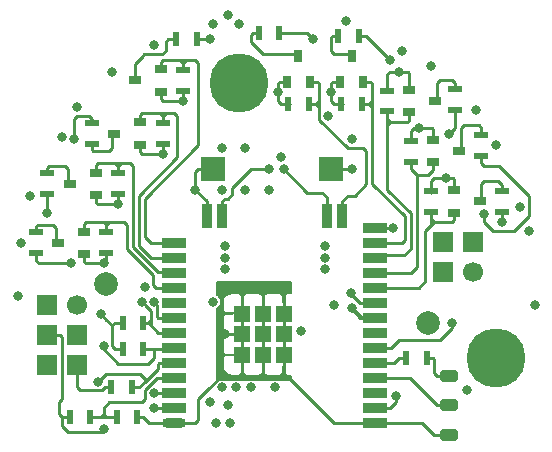
<source format=gbr>
G04 #@! TF.GenerationSoftware,KiCad,Pcbnew,(5.1.2-1)-1*
G04 #@! TF.CreationDate,2021-08-17T23:27:44+03:00*
G04 #@! TF.ProjectId,ITC-1,4954432d-312e-46b6-9963-61645f706362,rev?*
G04 #@! TF.SameCoordinates,Original*
G04 #@! TF.FileFunction,Copper,L4,Bot*
G04 #@! TF.FilePolarity,Positive*
%FSLAX46Y46*%
G04 Gerber Fmt 4.6, Leading zero omitted, Abs format (unit mm)*
G04 Created by KiCad (PCBNEW (5.1.2-1)-1) date 2021-08-17 23:27:44*
%MOMM*%
%LPD*%
G04 APERTURE LIST*
%ADD10C,0.100000*%
%ADD11O,2.000000X0.900000*%
%ADD12R,2.000000X0.900000*%
%ADD13R,1.350000X1.350000*%
%ADD14R,0.900000X2.000000*%
%ADD15R,0.500000X1.250000*%
%ADD16O,0.500000X1.000000*%
%ADD17R,1.700000X1.700000*%
%ADD18C,1.700000*%
%ADD19R,2.000000X2.000000*%
%ADD20R,1.250000X0.500000*%
%ADD21R,0.800000X1.100000*%
%ADD22R,1.100000X0.800000*%
%ADD23C,5.000000*%
%ADD24C,2.000000*%
%ADD25C,0.800000*%
%ADD26C,0.250000*%
%ADD27C,0.200000*%
G04 APERTURE END LIST*
D10*
G36*
X114250000Y-89500000D02*
G01*
X115250000Y-89500000D01*
X115250000Y-88500000D01*
X114250000Y-88500000D01*
X114250000Y-89500000D01*
G37*
G36*
X114250000Y-87000000D02*
G01*
X115250000Y-87000000D01*
X115250000Y-86000000D01*
X114250000Y-86000000D01*
X114250000Y-87000000D01*
G37*
G36*
X114250000Y-84500000D02*
G01*
X115250000Y-84500000D01*
X115250000Y-83500000D01*
X114250000Y-83500000D01*
X114250000Y-84500000D01*
G37*
D11*
X91499999Y-88000000D03*
D12*
X108499999Y-88000000D03*
X91499999Y-86730000D03*
X108499999Y-86730000D03*
X91499999Y-85460000D03*
X108499999Y-85460000D03*
X91499999Y-84190000D03*
X108499999Y-84190000D03*
X91499999Y-82920000D03*
X108499999Y-82920000D03*
X91499999Y-81650000D03*
X108499999Y-81650000D03*
X91499999Y-80380000D03*
X108499999Y-80380000D03*
X91499999Y-79110000D03*
X108499999Y-79110000D03*
X91499999Y-77840000D03*
X108499999Y-77840000D03*
X91499999Y-76570000D03*
X108499999Y-76570000D03*
X91499999Y-75300000D03*
X108499999Y-75300000D03*
X91499999Y-74030000D03*
X108499999Y-74030000D03*
X91499999Y-72760000D03*
X108499999Y-72760000D03*
D13*
X98999999Y-80500000D03*
X98999999Y-82250000D03*
X98999999Y-78750000D03*
X100749999Y-78750000D03*
X100749999Y-82250000D03*
X100749999Y-80500000D03*
X97249999Y-78750000D03*
X97249999Y-82250000D03*
X97249999Y-80500000D03*
D12*
X108499999Y-71490000D03*
D14*
X105679999Y-70500000D03*
X104409999Y-70500000D03*
X94249999Y-70500000D03*
X95519999Y-70500000D03*
D15*
X112875000Y-82500000D03*
X111125000Y-82500000D03*
D16*
X115250000Y-89000000D03*
X114250000Y-89000000D03*
X115250000Y-86500000D03*
X114250000Y-86500000D03*
X115250000Y-84000000D03*
X114250000Y-84000000D03*
D17*
X114210000Y-72710000D03*
X116750000Y-72710000D03*
X114210000Y-75250000D03*
D18*
X116750000Y-75250000D03*
D19*
X94750000Y-66500000D03*
X104750000Y-66500000D03*
D20*
X86750000Y-68625000D03*
X86750000Y-66875000D03*
D15*
X101125002Y-61000000D03*
X102875002Y-61000000D03*
D21*
X102000000Y-56900000D03*
X101050000Y-59100000D03*
X102950000Y-59100000D03*
D20*
X90500000Y-64375000D03*
X90500000Y-62625000D03*
X92250000Y-59875000D03*
X92250000Y-58125000D03*
X80750000Y-66875000D03*
X80750000Y-68625000D03*
X79750000Y-71875000D03*
X79750000Y-73625000D03*
D22*
X117350000Y-69250000D03*
X115150000Y-68300000D03*
X115150000Y-70200000D03*
D21*
X106500000Y-56900000D03*
X105550000Y-59100000D03*
X107450000Y-59100000D03*
D15*
X105625000Y-61000000D03*
X107375000Y-61000000D03*
D20*
X85750000Y-73625000D03*
X85750000Y-71875000D03*
D22*
X115600000Y-65000000D03*
X113400000Y-64050000D03*
X113400000Y-65950000D03*
D20*
X109500000Y-59875000D03*
X109500000Y-61625000D03*
D22*
X113600000Y-60750000D03*
X111400000Y-59800000D03*
X111400000Y-61700000D03*
D15*
X91625000Y-55500000D03*
X93375000Y-55500000D03*
D20*
X113250000Y-68375000D03*
X113250000Y-70125000D03*
D15*
X88375000Y-87500000D03*
X86625000Y-87500000D03*
D20*
X84500000Y-64375000D03*
X84500000Y-62625000D03*
D15*
X105375000Y-55250000D03*
X107125000Y-55250000D03*
D20*
X111500000Y-64125000D03*
X111500000Y-65875000D03*
X115250000Y-59750000D03*
X115250000Y-61500000D03*
X119250000Y-68375000D03*
X119250000Y-70125000D03*
X117500000Y-63625000D03*
X117500000Y-65375000D03*
D17*
X80710000Y-83080000D03*
X80710000Y-80540000D03*
X80710000Y-78000000D03*
X83250000Y-83080000D03*
X83250000Y-80540000D03*
D18*
X83250000Y-78000000D03*
D15*
X98625000Y-55000000D03*
X100375000Y-55000000D03*
X82625000Y-87500000D03*
X84375000Y-87500000D03*
D22*
X88150000Y-59000000D03*
X90350000Y-59950000D03*
X90350000Y-58050000D03*
X86400000Y-63500000D03*
X88600000Y-64450000D03*
X88600000Y-62550000D03*
X82650000Y-67750000D03*
X84850000Y-68700000D03*
X84850000Y-66800000D03*
D23*
X118750000Y-82500000D03*
D22*
X81650000Y-72750000D03*
X83850000Y-73700000D03*
X83850000Y-71800000D03*
D23*
X97000000Y-59250000D03*
D15*
X87125000Y-79500000D03*
X88875000Y-79500000D03*
X87125000Y-81750000D03*
X88875000Y-81750000D03*
X86125000Y-85000000D03*
X87875000Y-85000000D03*
D24*
X85750000Y-76250000D03*
X113000000Y-79500000D03*
D25*
X82750000Y-74500000D03*
X83000000Y-64000000D03*
X103250000Y-55500000D03*
X114750000Y-63500000D03*
X110000000Y-71490000D03*
X106500000Y-66500000D03*
X97250000Y-76500000D03*
X104750000Y-60000000D03*
X86750000Y-69500000D03*
X110500000Y-58250000D03*
X90500000Y-65250000D03*
X92250000Y-60750000D03*
X100250000Y-60000000D03*
X93250000Y-68250000D03*
X85250000Y-78750000D03*
X99000000Y-76500000D03*
X114500000Y-67250000D03*
X100750000Y-76500000D03*
X112250000Y-63000000D03*
X85500000Y-74500000D03*
X95750000Y-76500000D03*
X105000000Y-78000000D03*
X95750000Y-80500000D03*
X100000000Y-85000000D03*
X98000000Y-85000000D03*
X96750000Y-85000000D03*
X96250000Y-88000000D03*
X95000000Y-88000000D03*
X96000000Y-86500000D03*
X116250000Y-85250000D03*
X100500000Y-65500000D03*
X95500000Y-85000000D03*
X99500000Y-66500000D03*
X100750000Y-66500000D03*
X104500000Y-62000000D03*
X89750000Y-86750000D03*
X106500000Y-64000000D03*
X94500000Y-86250000D03*
X94750000Y-77750000D03*
X95500000Y-64750000D03*
X97500000Y-64750000D03*
X95500000Y-68250000D03*
X97500000Y-68250000D03*
X99500000Y-68250000D03*
X95750000Y-73000000D03*
X95750000Y-74000000D03*
X95750000Y-75000000D03*
X104250000Y-73000000D03*
X104250000Y-74000000D03*
X104250000Y-75000000D03*
X89750000Y-85500000D03*
X106500000Y-78250000D03*
X106475000Y-77000000D03*
X85500000Y-88500000D03*
X102250000Y-80250000D03*
X88979138Y-76505522D03*
X83250000Y-61250000D03*
X113250000Y-57750000D03*
X79250000Y-68750000D03*
X118750000Y-64500000D03*
X106000000Y-54000000D03*
X78250000Y-77250000D03*
X89750000Y-56000000D03*
X121500000Y-71750000D03*
X96000000Y-53500000D03*
X78500000Y-72750000D03*
X117000000Y-61500000D03*
X86250000Y-58250000D03*
X82000000Y-63750000D03*
X94750000Y-54250000D03*
X110750000Y-56500000D03*
X120750000Y-69750000D03*
X122000000Y-78000000D03*
X97000000Y-54250000D03*
X115000000Y-79500000D03*
X110250000Y-85750000D03*
X89762653Y-77737347D03*
X80750000Y-70250000D03*
X94500000Y-55500000D03*
X109750000Y-57250000D03*
X117750000Y-70275000D03*
X119250000Y-71000000D03*
X85000000Y-84500000D03*
X85500000Y-81500000D03*
X88750000Y-77750000D03*
D26*
X80000000Y-74500000D02*
X79750000Y-74250000D01*
X82750000Y-74500000D02*
X80000000Y-74500000D01*
X79750000Y-73625000D02*
X79750000Y-74250000D01*
X84500000Y-62500000D02*
X84500000Y-62250000D01*
X84500000Y-62250000D02*
X84250000Y-62000000D01*
X83000000Y-62250000D02*
X83000000Y-62750000D01*
X83000000Y-62750000D02*
X83000000Y-64000000D01*
X84250000Y-62000000D02*
X83250000Y-62000000D01*
X83250000Y-62000000D02*
X83000000Y-62250000D01*
X101750000Y-55000000D02*
X102500000Y-55000000D01*
X100375000Y-55000000D02*
X101750000Y-55000000D01*
X101750000Y-55000000D02*
X102250000Y-55000000D01*
X102750000Y-55000000D02*
X103250000Y-55500000D01*
X102500000Y-55000000D02*
X102750000Y-55000000D01*
X115250000Y-61500000D02*
X115250000Y-63000000D01*
X115250000Y-63000000D02*
X114750000Y-63500000D01*
X108499999Y-84190000D02*
X111440000Y-84190000D01*
X111440000Y-84190000D02*
X113750000Y-86500000D01*
X113750000Y-86500000D02*
X114250000Y-86500000D01*
X108499999Y-82920000D02*
X110080000Y-82920000D01*
X110080000Y-82920000D02*
X110250000Y-82750000D01*
X110500000Y-82500000D02*
X110250000Y-82750000D01*
X111125000Y-82500000D02*
X110500000Y-82500000D01*
X85250000Y-71000000D02*
X85500000Y-71000000D01*
X85250000Y-71000000D02*
X86000000Y-71000000D01*
X83850000Y-71150000D02*
X84000000Y-71000000D01*
X83850000Y-71800000D02*
X83850000Y-71150000D01*
X86000000Y-71000000D02*
X85750000Y-71250000D01*
X85750000Y-71250000D02*
X85750000Y-71750000D01*
X84000000Y-71000000D02*
X85250000Y-71000000D01*
X85500000Y-71000000D02*
X85750000Y-71250000D01*
X87250000Y-71000000D02*
X86000000Y-71000000D01*
X87500000Y-71250000D02*
X87250000Y-71000000D01*
X87500000Y-73272820D02*
X87500000Y-71250000D01*
X89680000Y-76320000D02*
X89680000Y-75452820D01*
X89680000Y-75452820D02*
X87500000Y-73272820D01*
X89930000Y-76570000D02*
X89680000Y-76320000D01*
X91499999Y-76570000D02*
X89930000Y-76570000D01*
X87000000Y-66000000D02*
X87750000Y-66000000D01*
X84850000Y-66150000D02*
X85000000Y-66000000D01*
X85000000Y-66000000D02*
X86500000Y-66000000D01*
X86750000Y-66250000D02*
X87000000Y-66000000D01*
X86750000Y-66250000D02*
X86750000Y-66750000D01*
X86500000Y-66000000D02*
X86750000Y-66250000D01*
X87750000Y-66000000D02*
X88000000Y-66250000D01*
X84850000Y-66800000D02*
X84850000Y-66150000D01*
X86500000Y-66000000D02*
X87000000Y-66000000D01*
X88000000Y-66250000D02*
X88000000Y-72750000D01*
X88000000Y-73136410D02*
X90113590Y-75250000D01*
X88000000Y-72750000D02*
X88000000Y-73136410D01*
X90113590Y-75250000D02*
X91500000Y-75250000D01*
X88500000Y-68750000D02*
X91750000Y-65500000D01*
X90750000Y-61750000D02*
X90500000Y-62000000D01*
X91499999Y-74030000D02*
X89530000Y-74030000D01*
X90250000Y-61750000D02*
X90750000Y-61750000D01*
X89530000Y-74030000D02*
X88500000Y-73000000D01*
X88600000Y-61900000D02*
X88750000Y-61750000D01*
X88750000Y-61750000D02*
X90250000Y-61750000D01*
X88600000Y-62550000D02*
X88600000Y-61900000D01*
X90500000Y-62000000D02*
X90500000Y-62500000D01*
X90250000Y-61750000D02*
X90500000Y-62000000D01*
X91750000Y-62000000D02*
X91500000Y-61750000D01*
X91500000Y-61750000D02*
X90750000Y-61750000D01*
X91750000Y-65500000D02*
X91750000Y-62000000D01*
X88500000Y-73000000D02*
X88500000Y-68750000D01*
X92250000Y-57500000D02*
X92500000Y-57250000D01*
X92000000Y-57250000D02*
X92500000Y-57250000D01*
X93500000Y-57500000D02*
X93500000Y-64500000D01*
X89000000Y-69000000D02*
X89000000Y-70750000D01*
X89000000Y-71500000D02*
X89000000Y-70750000D01*
X89500000Y-72750000D02*
X91500000Y-72750000D01*
X89000000Y-71500000D02*
X89000000Y-72250000D01*
X93500000Y-64500000D02*
X89000000Y-69000000D01*
X92500000Y-57250000D02*
X93250000Y-57250000D01*
X93250000Y-57250000D02*
X93500000Y-57500000D01*
X89000000Y-72250000D02*
X89500000Y-72750000D01*
X90350000Y-58050000D02*
X90350000Y-57400000D01*
X92250000Y-57500000D02*
X92250000Y-58000000D01*
X90350000Y-57400000D02*
X90500000Y-57250000D01*
X90500000Y-57250000D02*
X92000000Y-57250000D01*
X89000000Y-70750000D02*
X89000000Y-72000000D01*
X92000000Y-57250000D02*
X92250000Y-57500000D01*
X103750001Y-60749999D02*
X103750001Y-61250001D01*
X103750000Y-59250000D02*
X103750001Y-60749999D01*
X102950001Y-59099999D02*
X103600000Y-59100000D01*
X103600000Y-59100000D02*
X103750000Y-59250000D01*
X103750001Y-60749999D02*
X103499998Y-61000000D01*
X103499998Y-61000000D02*
X103000000Y-61000001D01*
X103750001Y-61250001D02*
X103750000Y-61250002D01*
X103750000Y-61250002D02*
X103499998Y-61000000D01*
X106176998Y-64750000D02*
X103750000Y-62323002D01*
X107750000Y-65000000D02*
X107500000Y-64750000D01*
X107750000Y-67750000D02*
X107750000Y-65000000D01*
X106179999Y-68750000D02*
X106750000Y-68750000D01*
X103750000Y-62323002D02*
X103750000Y-61250002D01*
X107500000Y-64750000D02*
X106176998Y-64750000D01*
X105679999Y-69250000D02*
X106179999Y-68750000D01*
X106750000Y-68750000D02*
X107750000Y-67750000D01*
X105679999Y-70500000D02*
X105679999Y-69250000D01*
X111000000Y-70500000D02*
X108250000Y-67750000D01*
X111000000Y-72500000D02*
X111000000Y-70500000D01*
X108100000Y-59100000D02*
X108250000Y-59250000D01*
X108250001Y-60749999D02*
X107999998Y-61000000D01*
X108250000Y-61250002D02*
X107999998Y-61000000D01*
X107450001Y-59099999D02*
X108100000Y-59100000D01*
X108250001Y-60749999D02*
X108250001Y-61250001D01*
X108250000Y-67750000D02*
X108250000Y-61250002D01*
X108250000Y-59250000D02*
X108250001Y-60749999D01*
X108499999Y-72760000D02*
X110740000Y-72760000D01*
X107999998Y-61000000D02*
X107500000Y-61000001D01*
X108250001Y-61250001D02*
X108250000Y-61250002D01*
X110740000Y-72760000D02*
X111000000Y-72500000D01*
X108755000Y-73774999D02*
X110975001Y-73774999D01*
X109500000Y-62250000D02*
X109500000Y-62750000D01*
X111399999Y-61699999D02*
X111400000Y-62350000D01*
X111400000Y-62350000D02*
X111250000Y-62500000D01*
X108499999Y-74030000D02*
X108755000Y-73774999D01*
X110975001Y-73774999D02*
X111500000Y-73250000D01*
X111500000Y-73250000D02*
X111500000Y-70250000D01*
X111500000Y-70250000D02*
X109500000Y-68250000D01*
X109500000Y-68250000D02*
X109500000Y-62750000D01*
X109500000Y-62250000D02*
X109500000Y-61750001D01*
X109750000Y-62500000D02*
X109500000Y-62250000D01*
X109500000Y-62750000D02*
X109750000Y-62500000D01*
X111250000Y-62500000D02*
X109750000Y-62500000D01*
X112000000Y-67000000D02*
X113000000Y-67000000D01*
X111523002Y-75300000D02*
X112000000Y-74823002D01*
X111625000Y-66625000D02*
X111500000Y-66500000D01*
X113399999Y-65949999D02*
X113400000Y-66600000D01*
X113000000Y-67000000D02*
X113250000Y-66750000D01*
X112000000Y-67000000D02*
X111625000Y-66625000D01*
X113400000Y-66600000D02*
X113250000Y-66750000D01*
X112000000Y-74823002D02*
X112000000Y-67000000D01*
X108499999Y-75300000D02*
X111523002Y-75300000D01*
X111500000Y-66500000D02*
X111500000Y-66000001D01*
X108499999Y-71490000D02*
X110000000Y-71490000D01*
X106500000Y-66500000D02*
X104750000Y-66500000D01*
X113500000Y-71000000D02*
X113250000Y-70750000D01*
X112750000Y-71750000D02*
X113250000Y-71250000D01*
X115150000Y-70850000D02*
X115000000Y-71000000D01*
X112180000Y-76570000D02*
X112750000Y-76000000D01*
X112750000Y-76000000D02*
X112750000Y-71750000D01*
X113250000Y-70750000D02*
X113250000Y-70250001D01*
X113250000Y-71250000D02*
X113500000Y-71000000D01*
X115149999Y-70199999D02*
X115150000Y-70850000D01*
X113250000Y-70750000D02*
X113250000Y-71250000D01*
X115000000Y-71000000D02*
X113500000Y-71000000D01*
X108499999Y-76570000D02*
X112180000Y-76570000D01*
X115150000Y-67334315D02*
X115065685Y-67250000D01*
X115065685Y-67250000D02*
X114500000Y-67250000D01*
X86500000Y-79500000D02*
X87000000Y-79500000D01*
X86250000Y-79750000D02*
X85750000Y-79250000D01*
X88875000Y-87500000D02*
X89375000Y-88000000D01*
X115150000Y-68300000D02*
X115150000Y-67334315D01*
X85750000Y-79250000D02*
X85250000Y-78750000D01*
X86500000Y-81750000D02*
X86250000Y-81500000D01*
X113500000Y-67250000D02*
X113250000Y-67500000D01*
X94249999Y-69249999D02*
X93250000Y-68250000D01*
X88375000Y-87500000D02*
X88875000Y-87500000D01*
X114500000Y-67250000D02*
X114500000Y-67250000D01*
X86250000Y-79750000D02*
X86500000Y-79500000D01*
X86250000Y-81500000D02*
X86250000Y-79750000D01*
X87125000Y-81750000D02*
X86500000Y-81750000D01*
X83944032Y-82693308D02*
X83944032Y-83713341D01*
X89375000Y-88000000D02*
X91500000Y-88000000D01*
X112750000Y-63000000D02*
X112750000Y-63000000D01*
X114500000Y-67250000D02*
X113500000Y-67250000D01*
X113250000Y-68000000D02*
X113250000Y-68500001D01*
X113250000Y-67500000D02*
X113250000Y-68000000D01*
X94249999Y-70500000D02*
X94249999Y-69249999D01*
X98999999Y-76500001D02*
X99000000Y-76500000D01*
X100750000Y-81324999D02*
X100750000Y-80500000D01*
X100750000Y-76750000D02*
X100750000Y-76750000D01*
X110500000Y-58250000D02*
X109750000Y-58250000D01*
X84000000Y-74500000D02*
X85500000Y-74500000D01*
X100749999Y-78750000D02*
X100749999Y-76500001D01*
X98999999Y-78750000D02*
X99000000Y-79675001D01*
X111250000Y-58250000D02*
X110500000Y-58250000D01*
X83850000Y-74350000D02*
X84000000Y-74500000D01*
X89500000Y-65250000D02*
X90250000Y-65250000D01*
X100250000Y-60000000D02*
X100250000Y-60750000D01*
X97250000Y-76500000D02*
X97250000Y-76250000D01*
X97249999Y-78750000D02*
X97249999Y-76500001D01*
X85750000Y-74250000D02*
X85750000Y-73500000D01*
X100750000Y-80500000D02*
X100750000Y-78750000D01*
X100749999Y-82250000D02*
X100750000Y-81324999D01*
X97250000Y-80500000D02*
X97250000Y-79000000D01*
X97249999Y-82250000D02*
X97250000Y-81324999D01*
X104750000Y-60000000D02*
X104750000Y-60750000D01*
X91250000Y-60750000D02*
X92000000Y-60750000D01*
X85500000Y-74500000D02*
X85750000Y-74250000D01*
X83850000Y-73700000D02*
X83850000Y-74350000D01*
X97250000Y-81324999D02*
X97250000Y-80500000D01*
X98999999Y-78750000D02*
X98999999Y-76500001D01*
X99000000Y-80500000D02*
X99000000Y-82250000D01*
X99000000Y-76750000D02*
X99000000Y-76750000D01*
X100749999Y-76500001D02*
X100750000Y-76500000D01*
X85750000Y-69500000D02*
X86500000Y-69500000D01*
X109500000Y-59000000D02*
X109500000Y-59750000D01*
X97249999Y-76500001D02*
X97250000Y-76500000D01*
X99000000Y-79675001D02*
X99000000Y-80500000D01*
X88600000Y-65100000D02*
X88750000Y-65250000D01*
X90350000Y-59950000D02*
X90350000Y-60600000D01*
X104899998Y-59100000D02*
X104750000Y-59250000D01*
X100250000Y-60750000D02*
X100500000Y-61000000D01*
X100500000Y-61000000D02*
X101250001Y-61000000D01*
X88600000Y-64450000D02*
X88600000Y-65100000D01*
X92250000Y-60500000D02*
X92250000Y-59750000D01*
X104750000Y-59250000D02*
X104750000Y-60000000D01*
X100399998Y-59100000D02*
X100250000Y-59250000D01*
X105000000Y-61000000D02*
X105750001Y-61000000D01*
X100749999Y-78750000D02*
X100750000Y-77824999D01*
X88750000Y-65250000D02*
X89500000Y-65250000D01*
X98999999Y-78750000D02*
X99000000Y-77824999D01*
X97249999Y-78750000D02*
X97250000Y-77824999D01*
X86750000Y-69250000D02*
X86750000Y-68500000D01*
X85000000Y-69500000D02*
X85750000Y-69500000D01*
X86500000Y-69500000D02*
X86750000Y-69250000D01*
X92000000Y-60750000D02*
X92250000Y-60500000D01*
X105550000Y-59100000D02*
X104899998Y-59100000D01*
X101050000Y-59100000D02*
X100399998Y-59100000D01*
X84850000Y-68700000D02*
X84850000Y-69350000D01*
X90500000Y-60750000D02*
X91250000Y-60750000D01*
X100250000Y-59250000D02*
X100250000Y-60000000D01*
X104750000Y-60750000D02*
X105000000Y-61000000D01*
X84850000Y-69350000D02*
X85000000Y-69500000D01*
X90500000Y-65000000D02*
X90500000Y-64250000D01*
X90250000Y-65250000D02*
X90500000Y-65000000D01*
X90350000Y-60600000D02*
X90500000Y-60750000D01*
X111400000Y-58400000D02*
X111250000Y-58250000D01*
X111400000Y-59100000D02*
X111400000Y-58400000D01*
X111400000Y-59100000D02*
X111400000Y-58900000D01*
X111400000Y-59800000D02*
X111400000Y-59100000D01*
X109500000Y-58500000D02*
X109750000Y-58250000D01*
X109500000Y-59000000D02*
X109500000Y-58500000D01*
X111500000Y-63750000D02*
X111500000Y-64250001D01*
X111500000Y-63250000D02*
X111500000Y-63750000D01*
X112250000Y-63000000D02*
X113315685Y-63000000D01*
X113315685Y-63000000D02*
X113400000Y-63084315D01*
X113400000Y-63084315D02*
X113400000Y-64050000D01*
X112250000Y-63000000D02*
X111750000Y-63000000D01*
X111750000Y-63000000D02*
X111500000Y-63250000D01*
X93250000Y-68250000D02*
X93250000Y-66750000D01*
X93250000Y-66750000D02*
X93500000Y-66500000D01*
X93500000Y-66500000D02*
X94500000Y-66500000D01*
X98999999Y-82250000D02*
X99000000Y-83175001D01*
X99000000Y-83175001D02*
X99000000Y-84000000D01*
X97249999Y-82250000D02*
X97250000Y-83175001D01*
X97250000Y-83175001D02*
X97250000Y-84000000D01*
X95750000Y-76500000D02*
X95750000Y-77000000D01*
X95750000Y-80500000D02*
X97250000Y-80500000D01*
X95500000Y-76750000D02*
X95750000Y-76500000D01*
X95500000Y-80250000D02*
X95500000Y-76750000D01*
X95750000Y-80500000D02*
X95500000Y-80250000D01*
X95750000Y-80500000D02*
X95500000Y-80750000D01*
X95500000Y-80750000D02*
X95500000Y-81500000D01*
X95500000Y-81500000D02*
X95500000Y-84000000D01*
X95500000Y-84000000D02*
X95750000Y-84250000D01*
X85625000Y-85000000D02*
X85375000Y-85250000D01*
X86125000Y-85000000D02*
X85625000Y-85000000D01*
X85375000Y-85250000D02*
X83500000Y-85250000D01*
X83500000Y-85250000D02*
X83250000Y-85000000D01*
X83250000Y-85000000D02*
X83250000Y-83000000D01*
X108499999Y-88000000D02*
X110250000Y-88000000D01*
X112500000Y-88000000D02*
X113500000Y-89000000D01*
X113500000Y-89000000D02*
X114250000Y-89000000D01*
X110250000Y-88000000D02*
X112500000Y-88000000D01*
X93500000Y-86000000D02*
X94375000Y-85125000D01*
X94375000Y-85125000D02*
X95500000Y-84000000D01*
X93500000Y-87750000D02*
X93500000Y-86000000D01*
X93250000Y-88000000D02*
X93500000Y-87750000D01*
X91499999Y-88000000D02*
X93250000Y-88000000D01*
X100749999Y-82250000D02*
X100750000Y-83175001D01*
X100750000Y-83175001D02*
X100750000Y-84250000D01*
X105000000Y-88000000D02*
X104750000Y-87750000D01*
X108499999Y-88000000D02*
X105000000Y-88000000D01*
X104750000Y-87750000D02*
X101250000Y-84250000D01*
X98000000Y-66500000D02*
X99500000Y-66500000D01*
X96375000Y-68625000D02*
X96375000Y-68125000D01*
X96000000Y-69000000D02*
X96375000Y-68625000D01*
X95750000Y-69000000D02*
X96000000Y-69000000D01*
X95519999Y-69230001D02*
X95750000Y-69000000D01*
X96375000Y-68125000D02*
X98000000Y-66500000D01*
X95519999Y-70500000D02*
X95519999Y-69230001D01*
X104409999Y-70500000D02*
X104409999Y-68909999D01*
X104000000Y-68500000D02*
X102750000Y-68500000D01*
X104409999Y-68909999D02*
X104000000Y-68500000D01*
X100750000Y-66500000D02*
X102750000Y-68500000D01*
X91499999Y-86730000D02*
X89770000Y-86730000D01*
X89770000Y-86730000D02*
X89750000Y-86750000D01*
X89750000Y-85500000D02*
X91459999Y-85500000D01*
X91209999Y-85500000D02*
X91249999Y-85460000D01*
X108499999Y-79110000D02*
X107249999Y-79110000D01*
X106500000Y-78360001D02*
X106500000Y-78000000D01*
X107249999Y-79110000D02*
X106500000Y-78360001D01*
X107360000Y-79110000D02*
X106500000Y-78250000D01*
X108499999Y-79110000D02*
X107360000Y-79110000D01*
X108499999Y-77840000D02*
X107249999Y-77840000D01*
X107249999Y-77840000D02*
X106475000Y-77065001D01*
X106475000Y-77065001D02*
X106475000Y-76862347D01*
X82500000Y-88750000D02*
X85250000Y-88750000D01*
X80710000Y-80540000D02*
X81810000Y-80540000D01*
X82125000Y-87500000D02*
X82000000Y-87500000D01*
X85250000Y-88750000D02*
X85500000Y-88500000D01*
X82125000Y-87500000D02*
X82625000Y-87500000D01*
X82000000Y-88250000D02*
X82250000Y-88500000D01*
X82000000Y-87500000D02*
X82000000Y-88250000D01*
X81810000Y-80540000D02*
X82000000Y-80730000D01*
X82250000Y-88500000D02*
X82500000Y-88750000D01*
X81750000Y-87250000D02*
X82000000Y-87500000D01*
X82000000Y-86000000D02*
X81750000Y-86250000D01*
X81750000Y-86750000D02*
X81750000Y-87125000D01*
X82000000Y-80730000D02*
X82000000Y-86000000D01*
X81750000Y-86750000D02*
X81750000Y-87250000D01*
X81750000Y-86250000D02*
X81750000Y-86750000D01*
X81500000Y-71500000D02*
X81500000Y-72750000D01*
X81250000Y-71250000D02*
X81500000Y-71500000D01*
X79875000Y-71250000D02*
X81250000Y-71250000D01*
X79750000Y-71875000D02*
X79750000Y-71375000D01*
X79750000Y-71375000D02*
X79875000Y-71250000D01*
X80750000Y-66875000D02*
X80750000Y-66375000D01*
X80875000Y-66250000D02*
X82250000Y-66250000D01*
X82500000Y-66500000D02*
X82500000Y-67750000D01*
X80750000Y-66375000D02*
X80875000Y-66250000D01*
X82250000Y-66250000D02*
X82500000Y-66500000D01*
X85000000Y-65000000D02*
X86000000Y-65000000D01*
X84625000Y-65000000D02*
X85000000Y-65000000D01*
X84500000Y-64375000D02*
X84500000Y-64875000D01*
X86250000Y-64750000D02*
X86250000Y-63500000D01*
X86000000Y-65000000D02*
X86250000Y-64750000D01*
X84500000Y-64875000D02*
X84625000Y-65000000D01*
X91000000Y-55500000D02*
X91750000Y-55500000D01*
X88150000Y-57600000D02*
X88750000Y-57000000D01*
X90450010Y-56799990D02*
X90750000Y-56500000D01*
X88150000Y-59000000D02*
X88150000Y-57600000D01*
X90750000Y-55750000D02*
X91000000Y-55500000D01*
X90750000Y-56500000D02*
X90750000Y-55750000D01*
X88750000Y-57000000D02*
X88950010Y-56799990D01*
X88950010Y-56799990D02*
X90450010Y-56799990D01*
X98000000Y-55125000D02*
X98000000Y-55750000D01*
X98000000Y-55750000D02*
X99000000Y-56750000D01*
X98125000Y-55000000D02*
X98000000Y-55125000D01*
X98625000Y-55000000D02*
X98125000Y-55000000D01*
X99000000Y-56750000D02*
X102000000Y-56750000D01*
X104750000Y-55375000D02*
X104750000Y-56500000D01*
X105000000Y-56750000D02*
X106500000Y-56750000D01*
X104875000Y-55250000D02*
X104750000Y-55375000D01*
X104750000Y-56500000D02*
X105000000Y-56750000D01*
X105375000Y-55250000D02*
X104875000Y-55250000D01*
X113750000Y-59250000D02*
X113750000Y-59500000D01*
X114000000Y-59000000D02*
X113750000Y-59250000D01*
X115250000Y-59250000D02*
X115000000Y-59000000D01*
X115000000Y-59000000D02*
X114000000Y-59000000D01*
X113750000Y-59500000D02*
X113750000Y-60750000D01*
X115250000Y-59750000D02*
X115250000Y-59250000D01*
X115750000Y-63000000D02*
X115750000Y-65000000D01*
X117500000Y-63000000D02*
X117250000Y-62750000D01*
X116000000Y-62750000D02*
X115750000Y-63000000D01*
X117250000Y-62750000D02*
X116000000Y-62750000D01*
X117500000Y-63625000D02*
X117500000Y-63000000D01*
X119250000Y-67875000D02*
X118875000Y-67500000D01*
X117750000Y-67500000D02*
X117500000Y-67750000D01*
X117500000Y-67750000D02*
X117500000Y-69250000D01*
X118875000Y-67500000D02*
X117750000Y-67500000D01*
X119250000Y-68375000D02*
X119250000Y-67875000D01*
X115000000Y-80000000D02*
X115000000Y-79500000D01*
X114000000Y-81000000D02*
X115000000Y-80000000D01*
X110500000Y-81000000D02*
X114000000Y-81000000D01*
X109850000Y-81650000D02*
X110500000Y-81000000D01*
X108499999Y-81650000D02*
X109850000Y-81650000D01*
X109770000Y-86730000D02*
X110250000Y-86250000D01*
X110250000Y-86250000D02*
X110250000Y-85750000D01*
X108499999Y-86730000D02*
X109770000Y-86730000D01*
X86000000Y-87500000D02*
X85750000Y-87500000D01*
X88750000Y-86250000D02*
X89000000Y-86000000D01*
X86000000Y-86250000D02*
X88750000Y-86250000D01*
X85250000Y-87500000D02*
X85500000Y-87250000D01*
X84375000Y-87500000D02*
X85000000Y-87500000D01*
X85000000Y-87500000D02*
X85250000Y-87500000D01*
X89000000Y-85176998D02*
X89838499Y-84338499D01*
X85500000Y-87250000D02*
X85500000Y-86750000D01*
X89838499Y-84338499D02*
X89926998Y-84250000D01*
X85500000Y-87500000D02*
X85500000Y-87250000D01*
X89000000Y-86000000D02*
X89000000Y-85176998D01*
X85500000Y-86750000D02*
X86000000Y-86250000D01*
X91499999Y-84190000D02*
X89986998Y-84190000D01*
X85500000Y-87500000D02*
X86000000Y-87500000D01*
X85750000Y-87500000D02*
X85500000Y-87250000D01*
X85000000Y-87500000D02*
X85500000Y-87500000D01*
X86000000Y-87500000D02*
X86500000Y-87500000D01*
X89986998Y-84190000D02*
X89838499Y-84338499D01*
X91499999Y-79110000D02*
X90110000Y-79110000D01*
X90000000Y-77974694D02*
X89762653Y-77737347D01*
X90110000Y-79110000D02*
X90000000Y-79000000D01*
X90000000Y-79000000D02*
X90000000Y-77974694D01*
X80750000Y-68625000D02*
X80750000Y-70250000D01*
X93375000Y-55500000D02*
X94500000Y-55500000D01*
X107125000Y-55250000D02*
X107750000Y-55250000D01*
X107750000Y-55250000D02*
X109750000Y-57250000D01*
X117750000Y-66250000D02*
X119000000Y-66250000D01*
X121500000Y-68750000D02*
X121500000Y-70000000D01*
X117500000Y-66000000D02*
X117750000Y-66250000D01*
X117500000Y-65375000D02*
X117500000Y-66000000D01*
X119000000Y-66250000D02*
X121500000Y-68750000D01*
X121500000Y-70000000D02*
X121500000Y-70500000D01*
X117750000Y-71000000D02*
X117750000Y-70275000D01*
X118475001Y-71725001D02*
X117750000Y-71000000D01*
X119500000Y-71750000D02*
X119475001Y-71725001D01*
X118975001Y-71725001D02*
X118475001Y-71725001D01*
X119475001Y-71725001D02*
X118975001Y-71725001D01*
X120274999Y-71725001D02*
X121500000Y-70500000D01*
X119774999Y-71725001D02*
X120274999Y-71725001D01*
X118975001Y-71725001D02*
X119774999Y-71725001D01*
X119250000Y-71000000D02*
X119250000Y-70125000D01*
X89270294Y-84270294D02*
X90080000Y-83460588D01*
X90080000Y-83460588D02*
X90080000Y-83010000D01*
X89020294Y-84520294D02*
X89270294Y-84270294D01*
X90170000Y-82920000D02*
X91499999Y-82920000D01*
X87875000Y-85000000D02*
X88540588Y-85000000D01*
X90080000Y-83010000D02*
X90170000Y-82920000D01*
X89020294Y-84270294D02*
X89020294Y-84520294D01*
X89270294Y-84270294D02*
X89020294Y-84270294D01*
X88540588Y-85000000D02*
X89020294Y-84520294D01*
X88580000Y-83830000D02*
X88750000Y-84000000D01*
X89020294Y-84270294D02*
X88750000Y-84000000D01*
X85000000Y-84500000D02*
X85670000Y-83830000D01*
X85670000Y-83830000D02*
X88580000Y-83830000D01*
X88875000Y-81750000D02*
X89750000Y-81750000D01*
X89750000Y-81750000D02*
X91250000Y-81750000D01*
X89750000Y-82500000D02*
X89750000Y-81750000D01*
X89250000Y-83000000D02*
X89750000Y-82500000D01*
X86750000Y-83000000D02*
X89250000Y-83000000D01*
X85500000Y-81750000D02*
X86750000Y-83000000D01*
X85500000Y-81500000D02*
X85500000Y-81750000D01*
X89500000Y-78500000D02*
X89500000Y-79250000D01*
X89500000Y-79250000D02*
X89500000Y-79750000D01*
X89250000Y-79500000D02*
X89500000Y-79750000D01*
X89250000Y-79500000D02*
X89000000Y-79500000D01*
X89000000Y-78000000D02*
X89500000Y-78500000D01*
X89500000Y-79250000D02*
X89250000Y-79500000D01*
X91499999Y-80380000D02*
X90130000Y-80380000D01*
X90130000Y-80380000D02*
X89500000Y-79750000D01*
X113500000Y-83000000D02*
X113500000Y-83750000D01*
X113500000Y-83750000D02*
X113750000Y-84000000D01*
X113750000Y-84000000D02*
X114250000Y-84000000D01*
X113375000Y-82500000D02*
X113500000Y-82625000D01*
X112875000Y-82500000D02*
X113375000Y-82500000D01*
X113500000Y-82625000D02*
X113500000Y-83000000D01*
D27*
G36*
X101400000Y-76970033D02*
G01*
X101049999Y-76975000D01*
X100774999Y-77250000D01*
X100774999Y-78020964D01*
X100759083Y-77859362D01*
X100724999Y-77747004D01*
X100724999Y-77250000D01*
X100449999Y-76975000D01*
X100074999Y-76969678D01*
X99874999Y-76989376D01*
X99674999Y-76969678D01*
X99299999Y-76975000D01*
X99024999Y-77250000D01*
X99024999Y-77747004D01*
X98999999Y-77829417D01*
X98974999Y-77747004D01*
X98974999Y-77250000D01*
X98699999Y-76975000D01*
X98324999Y-76969678D01*
X98124999Y-76989376D01*
X97924999Y-76969678D01*
X97549999Y-76975000D01*
X97274999Y-77250000D01*
X97274999Y-77747004D01*
X97240915Y-77859362D01*
X97224999Y-78020964D01*
X97224999Y-77250000D01*
X96949999Y-76975000D01*
X96574999Y-76969678D01*
X96359361Y-76990916D01*
X96152011Y-77053816D01*
X95960915Y-77155958D01*
X95793418Y-77293419D01*
X95655957Y-77460916D01*
X95553815Y-77652012D01*
X95490915Y-77859362D01*
X95469677Y-78075000D01*
X95474999Y-78450000D01*
X95749999Y-78725000D01*
X96520963Y-78725000D01*
X96359361Y-78740916D01*
X96247003Y-78775000D01*
X95749999Y-78775000D01*
X95474999Y-79050000D01*
X95469677Y-79425000D01*
X95489375Y-79625000D01*
X95469677Y-79825000D01*
X95474999Y-80200000D01*
X95749999Y-80475000D01*
X96247003Y-80475000D01*
X96329416Y-80500000D01*
X96247003Y-80525000D01*
X95749999Y-80525000D01*
X95474999Y-80800000D01*
X95469677Y-81175000D01*
X95489375Y-81375000D01*
X95469677Y-81575000D01*
X95474999Y-81950000D01*
X95749999Y-82225000D01*
X96247003Y-82225000D01*
X96359361Y-82259084D01*
X96520963Y-82275000D01*
X95749999Y-82275000D01*
X95474999Y-82550000D01*
X95469677Y-82925000D01*
X95490915Y-83140638D01*
X95553815Y-83347988D01*
X95655957Y-83539084D01*
X95793418Y-83706581D01*
X95960915Y-83844042D01*
X96152011Y-83946184D01*
X96359361Y-84009084D01*
X96574999Y-84030322D01*
X96949999Y-84025000D01*
X97224999Y-83750000D01*
X97224999Y-82979036D01*
X97240915Y-83140638D01*
X97274999Y-83252996D01*
X97274999Y-83750000D01*
X97549999Y-84025000D01*
X97924999Y-84030322D01*
X98124999Y-84010624D01*
X98324999Y-84030322D01*
X98699999Y-84025000D01*
X98974999Y-83750000D01*
X98974999Y-83252996D01*
X98999999Y-83170583D01*
X99024999Y-83252996D01*
X99024999Y-83750000D01*
X99299999Y-84025000D01*
X99674999Y-84030322D01*
X99874999Y-84010624D01*
X100074999Y-84030322D01*
X100449999Y-84025000D01*
X100724999Y-83750000D01*
X100724999Y-83252996D01*
X100759083Y-83140638D01*
X100774999Y-82979036D01*
X100774999Y-83750000D01*
X101049999Y-84025000D01*
X101400000Y-84029967D01*
X101400000Y-84400000D01*
X95100000Y-84400000D01*
X95100000Y-78358020D01*
X95196224Y-78293726D01*
X95293726Y-78196224D01*
X95370332Y-78081574D01*
X95423099Y-77954182D01*
X95450000Y-77818944D01*
X95450000Y-77681056D01*
X95423099Y-77545818D01*
X95370332Y-77418426D01*
X95293726Y-77303776D01*
X95196224Y-77206274D01*
X95100000Y-77141980D01*
X95100000Y-76100000D01*
X101400000Y-76100000D01*
X101400000Y-76970033D01*
X101400000Y-76970033D01*
G37*
X101400000Y-76970033D02*
X101049999Y-76975000D01*
X100774999Y-77250000D01*
X100774999Y-78020964D01*
X100759083Y-77859362D01*
X100724999Y-77747004D01*
X100724999Y-77250000D01*
X100449999Y-76975000D01*
X100074999Y-76969678D01*
X99874999Y-76989376D01*
X99674999Y-76969678D01*
X99299999Y-76975000D01*
X99024999Y-77250000D01*
X99024999Y-77747004D01*
X98999999Y-77829417D01*
X98974999Y-77747004D01*
X98974999Y-77250000D01*
X98699999Y-76975000D01*
X98324999Y-76969678D01*
X98124999Y-76989376D01*
X97924999Y-76969678D01*
X97549999Y-76975000D01*
X97274999Y-77250000D01*
X97274999Y-77747004D01*
X97240915Y-77859362D01*
X97224999Y-78020964D01*
X97224999Y-77250000D01*
X96949999Y-76975000D01*
X96574999Y-76969678D01*
X96359361Y-76990916D01*
X96152011Y-77053816D01*
X95960915Y-77155958D01*
X95793418Y-77293419D01*
X95655957Y-77460916D01*
X95553815Y-77652012D01*
X95490915Y-77859362D01*
X95469677Y-78075000D01*
X95474999Y-78450000D01*
X95749999Y-78725000D01*
X96520963Y-78725000D01*
X96359361Y-78740916D01*
X96247003Y-78775000D01*
X95749999Y-78775000D01*
X95474999Y-79050000D01*
X95469677Y-79425000D01*
X95489375Y-79625000D01*
X95469677Y-79825000D01*
X95474999Y-80200000D01*
X95749999Y-80475000D01*
X96247003Y-80475000D01*
X96329416Y-80500000D01*
X96247003Y-80525000D01*
X95749999Y-80525000D01*
X95474999Y-80800000D01*
X95469677Y-81175000D01*
X95489375Y-81375000D01*
X95469677Y-81575000D01*
X95474999Y-81950000D01*
X95749999Y-82225000D01*
X96247003Y-82225000D01*
X96359361Y-82259084D01*
X96520963Y-82275000D01*
X95749999Y-82275000D01*
X95474999Y-82550000D01*
X95469677Y-82925000D01*
X95490915Y-83140638D01*
X95553815Y-83347988D01*
X95655957Y-83539084D01*
X95793418Y-83706581D01*
X95960915Y-83844042D01*
X96152011Y-83946184D01*
X96359361Y-84009084D01*
X96574999Y-84030322D01*
X96949999Y-84025000D01*
X97224999Y-83750000D01*
X97224999Y-82979036D01*
X97240915Y-83140638D01*
X97274999Y-83252996D01*
X97274999Y-83750000D01*
X97549999Y-84025000D01*
X97924999Y-84030322D01*
X98124999Y-84010624D01*
X98324999Y-84030322D01*
X98699999Y-84025000D01*
X98974999Y-83750000D01*
X98974999Y-83252996D01*
X98999999Y-83170583D01*
X99024999Y-83252996D01*
X99024999Y-83750000D01*
X99299999Y-84025000D01*
X99674999Y-84030322D01*
X99874999Y-84010624D01*
X100074999Y-84030322D01*
X100449999Y-84025000D01*
X100724999Y-83750000D01*
X100724999Y-83252996D01*
X100759083Y-83140638D01*
X100774999Y-82979036D01*
X100774999Y-83750000D01*
X101049999Y-84025000D01*
X101400000Y-84029967D01*
X101400000Y-84400000D01*
X95100000Y-84400000D01*
X95100000Y-78358020D01*
X95196224Y-78293726D01*
X95293726Y-78196224D01*
X95370332Y-78081574D01*
X95423099Y-77954182D01*
X95450000Y-77818944D01*
X95450000Y-77681056D01*
X95423099Y-77545818D01*
X95370332Y-77418426D01*
X95293726Y-77303776D01*
X95196224Y-77206274D01*
X95100000Y-77141980D01*
X95100000Y-76100000D01*
X101400000Y-76100000D01*
X101400000Y-76970033D01*
G36*
X100774999Y-82225000D02*
G01*
X100794999Y-82225000D01*
X100794999Y-82275000D01*
X100774999Y-82275000D01*
X100774999Y-82550000D01*
X100724999Y-82500000D01*
X100724999Y-82275000D01*
X100449999Y-82275000D01*
X100499999Y-82225000D01*
X100724999Y-82225000D01*
X100724999Y-82000000D01*
X100774999Y-81950000D01*
X100774999Y-82225000D01*
X100774999Y-82225000D01*
G37*
X100774999Y-82225000D02*
X100794999Y-82225000D01*
X100794999Y-82275000D01*
X100774999Y-82275000D01*
X100774999Y-82550000D01*
X100724999Y-82500000D01*
X100724999Y-82275000D01*
X100449999Y-82275000D01*
X100499999Y-82225000D01*
X100724999Y-82225000D01*
X100724999Y-82000000D01*
X100774999Y-81950000D01*
X100774999Y-82225000D01*
G36*
X97274999Y-82000000D02*
G01*
X97274999Y-82225000D01*
X97499999Y-82225000D01*
X97549999Y-82275000D01*
X97274999Y-82275000D01*
X97274999Y-82500000D01*
X97224999Y-82550000D01*
X97224999Y-82275000D01*
X96949999Y-82275000D01*
X96999999Y-82225000D01*
X97224999Y-82225000D01*
X97224999Y-81950000D01*
X97274999Y-82000000D01*
X97274999Y-82000000D01*
G37*
X97274999Y-82000000D02*
X97274999Y-82225000D01*
X97499999Y-82225000D01*
X97549999Y-82275000D01*
X97274999Y-82275000D01*
X97274999Y-82500000D01*
X97224999Y-82550000D01*
X97224999Y-82275000D01*
X96949999Y-82275000D01*
X96999999Y-82225000D01*
X97224999Y-82225000D01*
X97224999Y-81950000D01*
X97274999Y-82000000D01*
G36*
X99024999Y-82000000D02*
G01*
X99024999Y-82225000D01*
X99249999Y-82225000D01*
X99299999Y-82275000D01*
X99024999Y-82275000D01*
X99024999Y-82500000D01*
X98999999Y-82525000D01*
X98974999Y-82500000D01*
X98974999Y-82275000D01*
X98699999Y-82275000D01*
X98749999Y-82225000D01*
X98974999Y-82225000D01*
X98974999Y-82000000D01*
X98999999Y-81975000D01*
X99024999Y-82000000D01*
X99024999Y-82000000D01*
G37*
X99024999Y-82000000D02*
X99024999Y-82225000D01*
X99249999Y-82225000D01*
X99299999Y-82275000D01*
X99024999Y-82275000D01*
X99024999Y-82500000D01*
X98999999Y-82525000D01*
X98974999Y-82500000D01*
X98974999Y-82275000D01*
X98699999Y-82275000D01*
X98749999Y-82225000D01*
X98974999Y-82225000D01*
X98974999Y-82000000D01*
X98999999Y-81975000D01*
X99024999Y-82000000D01*
G36*
X97239375Y-81375000D02*
G01*
X97224999Y-81520964D01*
X97224999Y-81229036D01*
X97239375Y-81375000D01*
X97239375Y-81375000D01*
G37*
X97239375Y-81375000D02*
X97224999Y-81520964D01*
X97224999Y-81229036D01*
X97239375Y-81375000D01*
G36*
X100774999Y-81520964D02*
G01*
X100760623Y-81375000D01*
X100774999Y-81229036D01*
X100774999Y-81520964D01*
X100774999Y-81520964D01*
G37*
X100774999Y-81520964D02*
X100760623Y-81375000D01*
X100774999Y-81229036D01*
X100774999Y-81520964D01*
G36*
X97274999Y-80250000D02*
G01*
X97274999Y-80475000D01*
X97499999Y-80475000D01*
X97524999Y-80500000D01*
X97499999Y-80525000D01*
X97274999Y-80525000D01*
X97274999Y-80750000D01*
X97224999Y-80800000D01*
X97224999Y-80525000D01*
X96999999Y-80525000D01*
X96974999Y-80500000D01*
X96999999Y-80475000D01*
X97224999Y-80475000D01*
X97224999Y-80200000D01*
X97274999Y-80250000D01*
X97274999Y-80250000D01*
G37*
X97274999Y-80250000D02*
X97274999Y-80475000D01*
X97499999Y-80475000D01*
X97524999Y-80500000D01*
X97499999Y-80525000D01*
X97274999Y-80525000D01*
X97274999Y-80750000D01*
X97224999Y-80800000D01*
X97224999Y-80525000D01*
X96999999Y-80525000D01*
X96974999Y-80500000D01*
X96999999Y-80475000D01*
X97224999Y-80475000D01*
X97224999Y-80200000D01*
X97274999Y-80250000D01*
G36*
X100774999Y-80475000D02*
G01*
X100794999Y-80475000D01*
X100794999Y-80525000D01*
X100774999Y-80525000D01*
X100774999Y-80800000D01*
X100724999Y-80750000D01*
X100724999Y-80525000D01*
X100499999Y-80525000D01*
X100474999Y-80500000D01*
X100499999Y-80475000D01*
X100724999Y-80475000D01*
X100724999Y-80250000D01*
X100774999Y-80200000D01*
X100774999Y-80475000D01*
X100774999Y-80475000D01*
G37*
X100774999Y-80475000D02*
X100794999Y-80475000D01*
X100794999Y-80525000D01*
X100774999Y-80525000D01*
X100774999Y-80800000D01*
X100724999Y-80750000D01*
X100724999Y-80525000D01*
X100499999Y-80525000D01*
X100474999Y-80500000D01*
X100499999Y-80475000D01*
X100724999Y-80475000D01*
X100724999Y-80250000D01*
X100774999Y-80200000D01*
X100774999Y-80475000D01*
G36*
X99024999Y-80250000D02*
G01*
X99024999Y-80475000D01*
X99249999Y-80475000D01*
X99274999Y-80500000D01*
X99249999Y-80525000D01*
X99024999Y-80525000D01*
X99024999Y-80750000D01*
X98999999Y-80775000D01*
X98974999Y-80750000D01*
X98974999Y-80525000D01*
X98749999Y-80525000D01*
X98724999Y-80500000D01*
X98749999Y-80475000D01*
X98974999Y-80475000D01*
X98974999Y-80250000D01*
X98999999Y-80225000D01*
X99024999Y-80250000D01*
X99024999Y-80250000D01*
G37*
X99024999Y-80250000D02*
X99024999Y-80475000D01*
X99249999Y-80475000D01*
X99274999Y-80500000D01*
X99249999Y-80525000D01*
X99024999Y-80525000D01*
X99024999Y-80750000D01*
X98999999Y-80775000D01*
X98974999Y-80750000D01*
X98974999Y-80525000D01*
X98749999Y-80525000D01*
X98724999Y-80500000D01*
X98749999Y-80475000D01*
X98974999Y-80475000D01*
X98974999Y-80250000D01*
X98999999Y-80225000D01*
X99024999Y-80250000D01*
G36*
X100774999Y-78725000D02*
G01*
X100794999Y-78725000D01*
X100794999Y-78775000D01*
X100774999Y-78775000D01*
X100774999Y-79050000D01*
X100724999Y-79000000D01*
X100724999Y-78775000D01*
X100499999Y-78775000D01*
X100449999Y-78725000D01*
X100724999Y-78725000D01*
X100724999Y-78500000D01*
X100774999Y-78450000D01*
X100774999Y-78725000D01*
X100774999Y-78725000D01*
G37*
X100774999Y-78725000D02*
X100794999Y-78725000D01*
X100794999Y-78775000D01*
X100774999Y-78775000D01*
X100774999Y-79050000D01*
X100724999Y-79000000D01*
X100724999Y-78775000D01*
X100499999Y-78775000D01*
X100449999Y-78725000D01*
X100724999Y-78725000D01*
X100724999Y-78500000D01*
X100774999Y-78450000D01*
X100774999Y-78725000D01*
G36*
X97274999Y-78500000D02*
G01*
X97274999Y-78725000D01*
X97549999Y-78725000D01*
X97499999Y-78775000D01*
X97274999Y-78775000D01*
X97274999Y-79000000D01*
X97224999Y-79050000D01*
X97224999Y-78775000D01*
X96999999Y-78775000D01*
X96949999Y-78725000D01*
X97224999Y-78725000D01*
X97224999Y-78450000D01*
X97274999Y-78500000D01*
X97274999Y-78500000D01*
G37*
X97274999Y-78500000D02*
X97274999Y-78725000D01*
X97549999Y-78725000D01*
X97499999Y-78775000D01*
X97274999Y-78775000D01*
X97274999Y-79000000D01*
X97224999Y-79050000D01*
X97224999Y-78775000D01*
X96999999Y-78775000D01*
X96949999Y-78725000D01*
X97224999Y-78725000D01*
X97224999Y-78450000D01*
X97274999Y-78500000D01*
G36*
X99024999Y-78500000D02*
G01*
X99024999Y-78725000D01*
X99299999Y-78725000D01*
X99249999Y-78775000D01*
X99024999Y-78775000D01*
X99024999Y-79000000D01*
X98999999Y-79025000D01*
X98974999Y-79000000D01*
X98974999Y-78775000D01*
X98749999Y-78775000D01*
X98699999Y-78725000D01*
X98974999Y-78725000D01*
X98974999Y-78500000D01*
X98999999Y-78475000D01*
X99024999Y-78500000D01*
X99024999Y-78500000D01*
G37*
X99024999Y-78500000D02*
X99024999Y-78725000D01*
X99299999Y-78725000D01*
X99249999Y-78775000D01*
X99024999Y-78775000D01*
X99024999Y-79000000D01*
X98999999Y-79025000D01*
X98974999Y-79000000D01*
X98974999Y-78775000D01*
X98749999Y-78775000D01*
X98699999Y-78725000D01*
X98974999Y-78725000D01*
X98974999Y-78500000D01*
X98999999Y-78475000D01*
X99024999Y-78500000D01*
M02*

</source>
